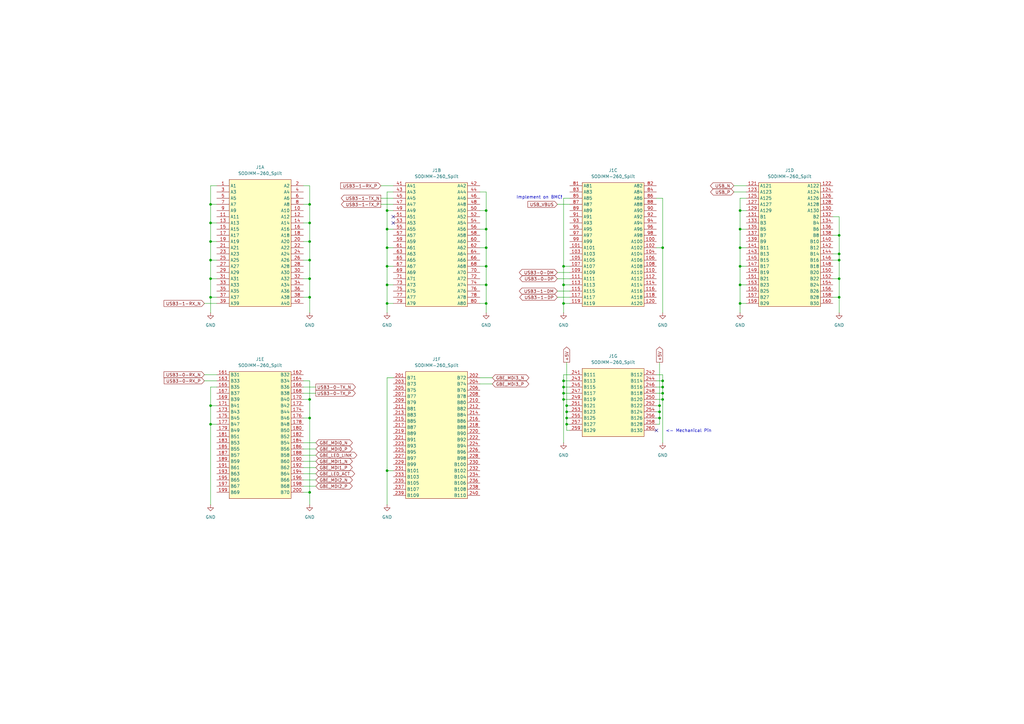
<source format=kicad_sch>
(kicad_sch (version 20250114) (generator "eeschema") (generator_version "9.0")
  (paper "A3")
  (text "<- Mechanical Pin" (at 282.448 176.784 0) (effects (font (size 1.27 1.27))))
  (text "Implement on BMC!" (at 221.234 81.026 0) (effects (font (size 1.27 1.27))))
  (junction (at 127 201.93))
  (junction (at 232.41 171.45))
  (junction (at 127 106.68))
  (junction (at 231.14 163.83))
  (junction (at 158.75 193.04))
  (junction (at 127 114.3))
  (junction (at 127 121.92))
  (junction (at 158.75 86.36))
  (junction (at 199.39 86.36))
  (junction (at 199.39 109.22))
  (junction (at 303.53 124.46))
  (junction (at 303.53 93.98))
  (junction (at 231.14 161.29))
  (junction (at 199.39 124.46))
  (junction (at 231.14 156.21))
  (junction (at 127 163.83))
  (junction (at 271.78 161.29))
  (junction (at 86.36 121.92))
  (junction (at 271.78 156.21))
  (junction (at 231.14 116.84))
  (junction (at 303.53 101.6))
  (junction (at 344.17 104.14))
  (junction (at 86.36 173.99))
  (junction (at 86.36 99.06))
  (junction (at 158.75 101.6))
  (junction (at 199.39 101.6))
  (junction (at 231.14 158.75))
  (junction (at 86.36 114.3))
  (junction (at 86.36 91.44))
  (junction (at 199.39 93.98))
  (junction (at 271.78 163.83))
  (junction (at 232.41 168.91))
  (junction (at 231.14 109.22))
  (junction (at 303.53 116.84))
  (junction (at 270.51 168.91))
  (junction (at 127 99.06))
  (junction (at 231.14 124.46))
  (junction (at 344.17 121.92))
  (junction (at 127 91.44))
  (junction (at 303.53 86.36))
  (junction (at 271.78 101.6))
  (junction (at 158.75 109.22))
  (junction (at 344.17 114.3))
  (junction (at 158.75 124.46))
  (junction (at 86.36 83.82))
  (junction (at 232.41 166.37))
  (junction (at 344.17 106.68))
  (junction (at 232.41 173.99))
  (junction (at 127 171.45))
  (junction (at 271.78 158.75))
  (junction (at 127 83.82))
  (junction (at 344.17 96.52))
  (junction (at 158.75 93.98))
  (junction (at 158.75 116.84))
  (junction (at 303.53 109.22))
  (junction (at 270.51 166.37))
  (junction (at 199.39 116.84))
  (junction (at 270.51 171.45))
  (junction (at 86.36 166.37))
  (junction (at 86.36 106.68))
  (no_connect (at 269.24 176.53))
  (no_connect (at 161.29 88.9))
  (no_connect (at 161.29 91.44))
  (wire (pts (xy 271.78 163.83) (xy 271.78 181.61)))
  (wire (pts (xy 86.36 99.06) (xy 86.36 106.68)))
  (wire (pts (xy 129.54 161.29) (xy 124.46 161.29)))
  (wire (pts (xy 86.36 91.44) (xy 86.36 99.06)))
  (wire (pts (xy 269.24 81.28) (xy 271.78 81.28)))
  (wire (pts (xy 232.41 173.99) (xy 232.41 176.53)))
  (wire (pts (xy 196.85 86.36) (xy 199.39 86.36)))
  (wire (pts (xy 271.78 81.28) (xy 271.78 101.6)))
  (wire (pts (xy 124.46 171.45) (xy 127 171.45)))
  (wire (pts (xy 232.41 168.91) (xy 232.41 171.45)))
  (wire (pts (xy 196.85 116.84) (xy 199.39 116.84)))
  (wire (pts (xy 199.39 101.6) (xy 199.39 109.22)))
  (wire (pts (xy 129.54 189.23) (xy 124.46 189.23)))
  (wire (pts (xy 231.14 109.22) (xy 231.14 116.84)))
  (wire (pts (xy 158.75 124.46) (xy 158.75 128.27)))
  (wire (pts (xy 269.24 168.91) (xy 270.51 168.91)))
  (wire (pts (xy 303.53 116.84) (xy 303.53 124.46)))
  (wire (pts (xy 86.36 121.92) (xy 88.9 121.92)))
  (wire (pts (xy 303.53 116.84) (xy 306.07 116.84)))
  (wire (pts (xy 86.36 83.82) (xy 88.9 83.82)))
  (wire (pts (xy 341.63 106.68) (xy 344.17 106.68)))
  (wire (pts (xy 158.75 193.04) (xy 158.75 207.01)))
  (wire (pts (xy 124.46 156.21) (xy 127 156.21)))
  (wire (pts (xy 233.68 173.99) (xy 232.41 173.99)))
  (wire (pts (xy 127 201.93) (xy 127 207.01)))
  (wire (pts (xy 269.24 163.83) (xy 271.78 163.83)))
  (wire (pts (xy 303.53 124.46) (xy 303.53 128.27)))
  (wire (pts (xy 269.24 166.37) (xy 270.51 166.37)))
  (wire (pts (xy 124.46 83.82) (xy 127 83.82)))
  (wire (pts (xy 231.14 161.29) (xy 231.14 163.83)))
  (wire (pts (xy 199.39 124.46) (xy 199.39 128.27)))
  (wire (pts (xy 196.85 101.6) (xy 199.39 101.6)))
  (wire (pts (xy 341.63 88.9) (xy 344.17 88.9)))
  (wire (pts (xy 271.78 158.75) (xy 271.78 161.29)))
  (wire (pts (xy 127 156.21) (xy 127 163.83)))
  (wire (pts (xy 231.14 161.29) (xy 233.68 161.29)))
  (wire (pts (xy 86.36 114.3) (xy 86.36 121.92)))
  (wire (pts (xy 271.78 156.21) (xy 271.78 158.75)))
  (wire (pts (xy 233.68 176.53) (xy 232.41 176.53)))
  (wire (pts (xy 233.68 81.28) (xy 231.14 81.28)))
  (wire (pts (xy 158.75 86.36) (xy 158.75 93.98)))
  (wire (pts (xy 127 83.82) (xy 127 91.44)))
  (wire (pts (xy 127 106.68) (xy 127 114.3)))
  (wire (pts (xy 196.85 109.22) (xy 199.39 109.22)))
  (wire (pts (xy 231.14 116.84) (xy 231.14 124.46)))
  (wire (pts (xy 344.17 88.9) (xy 344.17 96.52)))
  (wire (pts (xy 303.53 86.36) (xy 306.07 86.36)))
  (wire (pts (xy 233.68 166.37) (xy 232.41 166.37)))
  (wire (pts (xy 231.14 124.46) (xy 231.14 128.27)))
  (wire (pts (xy 269.24 171.45) (xy 270.51 171.45)))
  (wire (pts (xy 158.75 93.98) (xy 161.29 93.98)))
  (wire (pts (xy 158.75 78.74) (xy 158.75 86.36)))
  (wire (pts (xy 158.75 154.94) (xy 158.75 193.04)))
  (wire (pts (xy 129.54 184.15) (xy 124.46 184.15)))
  (wire (pts (xy 231.14 153.67) (xy 231.14 156.21)))
  (wire (pts (xy 158.75 124.46) (xy 161.29 124.46)))
  (wire (pts (xy 233.68 171.45) (xy 232.41 171.45)))
  (wire (pts (xy 231.14 158.75) (xy 231.14 161.29)))
  (wire (pts (xy 124.46 99.06) (xy 127 99.06)))
  (wire (pts (xy 341.63 114.3) (xy 344.17 114.3)))
  (wire (pts (xy 86.36 106.68) (xy 88.9 106.68)))
  (wire (pts (xy 232.41 171.45) (xy 232.41 173.99)))
  (wire (pts (xy 341.63 96.52) (xy 344.17 96.52)))
  (wire (pts (xy 303.53 93.98) (xy 306.07 93.98)))
  (wire (pts (xy 129.54 158.75) (xy 124.46 158.75)))
  (wire (pts (xy 233.68 153.67) (xy 231.14 153.67)))
  (wire (pts (xy 156.21 81.28) (xy 161.29 81.28)))
  (wire (pts (xy 270.51 148.59) (xy 270.51 166.37)))
  (wire (pts (xy 269.24 158.75) (xy 271.78 158.75)))
  (wire (pts (xy 86.36 114.3) (xy 88.9 114.3)))
  (wire (pts (xy 86.36 173.99) (xy 86.36 207.01)))
  (wire (pts (xy 127 99.06) (xy 127 106.68)))
  (wire (pts (xy 303.53 93.98) (xy 303.53 101.6)))
  (wire (pts (xy 127 121.92) (xy 127 128.27)))
  (wire (pts (xy 124.46 91.44) (xy 127 91.44)))
  (wire (pts (xy 127 91.44) (xy 127 99.06)))
  (wire (pts (xy 83.82 124.46) (xy 88.9 124.46)))
  (wire (pts (xy 303.53 124.46) (xy 306.07 124.46)))
  (wire (pts (xy 127 114.3) (xy 127 121.92)))
  (wire (pts (xy 271.78 101.6) (xy 271.78 128.27)))
  (wire (pts (xy 341.63 121.92) (xy 344.17 121.92)))
  (wire (pts (xy 201.93 157.48) (xy 196.85 157.48)))
  (wire (pts (xy 199.39 109.22) (xy 199.39 116.84)))
  (wire (pts (xy 344.17 96.52) (xy 344.17 104.14)))
  (wire (pts (xy 303.53 101.6) (xy 306.07 101.6)))
  (wire (pts (xy 158.75 101.6) (xy 158.75 109.22)))
  (wire (pts (xy 161.29 154.94) (xy 158.75 154.94)))
  (wire (pts (xy 199.39 116.84) (xy 199.39 124.46)))
  (wire (pts (xy 196.85 78.74) (xy 199.39 78.74)))
  (wire (pts (xy 86.36 173.99) (xy 88.9 173.99)))
  (wire (pts (xy 124.46 163.83) (xy 127 163.83)))
  (wire (pts (xy 127 163.83) (xy 127 171.45)))
  (wire (pts (xy 303.53 101.6) (xy 303.53 109.22)))
  (wire (pts (xy 86.36 166.37) (xy 88.9 166.37)))
  (wire (pts (xy 303.53 109.22) (xy 303.53 116.84)))
  (wire (pts (xy 300.99 76.2) (xy 306.07 76.2)))
  (wire (pts (xy 228.6 111.76) (xy 233.68 111.76)))
  (wire (pts (xy 199.39 93.98) (xy 199.39 101.6)))
  (wire (pts (xy 228.6 119.38) (xy 233.68 119.38)))
  (wire (pts (xy 127 171.45) (xy 127 201.93)))
  (wire (pts (xy 201.93 154.94) (xy 196.85 154.94)))
  (wire (pts (xy 86.36 121.92) (xy 86.36 128.27)))
  (wire (pts (xy 306.07 81.28) (xy 303.53 81.28)))
  (wire (pts (xy 344.17 114.3) (xy 344.17 121.92)))
  (wire (pts (xy 86.36 83.82) (xy 86.36 91.44)))
  (wire (pts (xy 158.75 101.6) (xy 161.29 101.6)))
  (wire (pts (xy 344.17 106.68) (xy 344.17 114.3)))
  (wire (pts (xy 303.53 109.22) (xy 306.07 109.22)))
  (wire (pts (xy 231.14 109.22) (xy 233.68 109.22)))
  (wire (pts (xy 271.78 153.67) (xy 271.78 156.21)))
  (wire (pts (xy 196.85 124.46) (xy 199.39 124.46)))
  (wire (pts (xy 231.14 163.83) (xy 231.14 181.61)))
  (wire (pts (xy 344.17 104.14) (xy 344.17 106.68)))
  (wire (pts (xy 158.75 109.22) (xy 161.29 109.22)))
  (wire (pts (xy 232.41 148.59) (xy 232.41 166.37)))
  (wire (pts (xy 344.17 121.92) (xy 344.17 128.27)))
  (wire (pts (xy 199.39 78.74) (xy 199.39 86.36)))
  (wire (pts (xy 124.46 114.3) (xy 127 114.3)))
  (wire (pts (xy 269.24 161.29) (xy 271.78 161.29)))
  (wire (pts (xy 129.54 181.61) (xy 124.46 181.61)))
  (wire (pts (xy 86.36 99.06) (xy 88.9 99.06)))
  (wire (pts (xy 231.14 163.83) (xy 233.68 163.83)))
  (wire (pts (xy 158.75 86.36) (xy 161.29 86.36)))
  (wire (pts (xy 86.36 158.75) (xy 86.36 166.37)))
  (wire (pts (xy 341.63 104.14) (xy 344.17 104.14)))
  (wire (pts (xy 161.29 78.74) (xy 158.75 78.74)))
  (wire (pts (xy 88.9 76.2) (xy 86.36 76.2)))
  (wire (pts (xy 83.82 153.67) (xy 88.9 153.67)))
  (wire (pts (xy 199.39 86.36) (xy 199.39 93.98)))
  (wire (pts (xy 303.53 86.36) (xy 303.53 93.98)))
  (wire (pts (xy 231.14 158.75) (xy 233.68 158.75)))
  (wire (pts (xy 127 76.2) (xy 127 83.82)))
  (wire (pts (xy 270.51 166.37) (xy 270.51 168.91)))
  (wire (pts (xy 129.54 194.31) (xy 124.46 194.31)))
  (wire (pts (xy 196.85 93.98) (xy 199.39 93.98)))
  (wire (pts (xy 231.14 124.46) (xy 233.68 124.46)))
  (wire (pts (xy 124.46 106.68) (xy 127 106.68)))
  (wire (pts (xy 231.14 116.84) (xy 233.68 116.84)))
  (wire (pts (xy 228.6 83.82) (xy 233.68 83.82)))
  (wire (pts (xy 231.14 156.21) (xy 231.14 158.75)))
  (wire (pts (xy 124.46 201.93) (xy 127 201.93)))
  (wire (pts (xy 86.36 106.68) (xy 86.36 114.3)))
  (wire (pts (xy 88.9 158.75) (xy 86.36 158.75)))
  (wire (pts (xy 158.75 116.84) (xy 161.29 116.84)))
  (wire (pts (xy 158.75 93.98) (xy 158.75 101.6)))
  (wire (pts (xy 232.41 168.91) (xy 233.68 168.91)))
  (wire (pts (xy 271.78 161.29) (xy 271.78 163.83)))
  (wire (pts (xy 86.36 166.37) (xy 86.36 173.99)))
  (wire (pts (xy 231.14 81.28) (xy 231.14 109.22)))
  (wire (pts (xy 158.75 109.22) (xy 158.75 116.84)))
  (wire (pts (xy 231.14 156.21) (xy 233.68 156.21)))
  (wire (pts (xy 269.24 173.99) (xy 270.51 173.99)))
  (wire (pts (xy 158.75 116.84) (xy 158.75 124.46)))
  (wire (pts (xy 228.6 114.3) (xy 233.68 114.3)))
  (wire (pts (xy 158.75 193.04) (xy 161.29 193.04)))
  (wire (pts (xy 129.54 186.69) (xy 124.46 186.69)))
  (wire (pts (xy 232.41 166.37) (xy 232.41 168.91)))
  (wire (pts (xy 303.53 81.28) (xy 303.53 86.36)))
  (wire (pts (xy 300.99 78.74) (xy 306.07 78.74)))
  (wire (pts (xy 129.54 199.39) (xy 124.46 199.39)))
  (wire (pts (xy 269.24 101.6) (xy 271.78 101.6)))
  (wire (pts (xy 269.24 153.67) (xy 271.78 153.67)))
  (wire (pts (xy 269.24 156.21) (xy 271.78 156.21)))
  (wire (pts (xy 129.54 191.77) (xy 124.46 191.77)))
  (wire (pts (xy 129.54 196.85) (xy 124.46 196.85)))
  (wire (pts (xy 270.51 171.45) (xy 270.51 173.99)))
  (wire (pts (xy 156.21 76.2) (xy 161.29 76.2)))
  (wire (pts (xy 270.51 168.91) (xy 270.51 171.45)))
  (wire (pts (xy 86.36 91.44) (xy 88.9 91.44)))
  (wire (pts (xy 124.46 121.92) (xy 127 121.92)))
  (wire (pts (xy 156.21 83.82) (xy 161.29 83.82)))
  (wire (pts (xy 228.6 121.92) (xy 233.68 121.92)))
  (wire (pts (xy 86.36 76.2) (xy 86.36 83.82)))
  (wire (pts (xy 83.82 156.21) (xy 88.9 156.21)))
  (wire (pts (xy 124.46 76.2) (xy 127 76.2)))
  (global_label "USB3-1-TX_N" (shape output) (at 156.21 81.28 180) (property "Intersheetrefs" "${INTERSHEET_REFS}" (effects (hide yes))))
  (global_label "USB3-0-TX_N" (shape output) (at 129.54 158.75 0) (property "Intersheetrefs" "${INTERSHEET_REFS}" (effects (hide yes))))
  (global_label "+5V" (shape output) (at 232.41 148.59 90) (property "Intersheetrefs" "${INTERSHEET_REFS}" (effects (hide yes))))
  (global_label "USB3-0-TX_P" (shape output) (at 129.54 161.29 0) (property "Intersheetrefs" "${INTERSHEET_REFS}" (effects (hide yes))))
  (global_label "USB3-0-DM" (shape bidirectional) (at 228.6 111.76 180) (property "Intersheetrefs" "${INTERSHEET_REFS}" (effects (hide yes))))
  (global_label "GBE_MDI3_N" (shape bidirectional) (at 201.93 154.94 0) (property "Intersheetrefs" "${INTERSHEET_REFS}" (effects (hide yes))))
  (global_label "GBE_MDI0_P" (shape bidirectional) (at 129.54 184.15 0) (property "Intersheetrefs" "${INTERSHEET_REFS}" (effects (hide yes))))
  (global_label "USB3-0-DP" (shape bidirectional) (at 228.6 114.3 180) (property "Intersheetrefs" "${INTERSHEET_REFS}" (effects (hide yes))))
  (global_label "USB3-1-DM" (shape bidirectional) (at 228.6 119.38 180) (property "Intersheetrefs" "${INTERSHEET_REFS}" (effects (hide yes))))
  (global_label "USB3-1-DP" (shape bidirectional) (at 228.6 121.92 180) (property "Intersheetrefs" "${INTERSHEET_REFS}" (effects (hide yes))))
  (global_label "USB_P" (shape bidirectional) (at 300.99 78.74 180) (property "Intersheetrefs" "${INTERSHEET_REFS}" (effects (hide yes))))
  (global_label "USB3-1-RX_P" (shape input) (at 156.21 76.2 180) (property "Intersheetrefs" "${INTERSHEET_REFS}" (effects (hide yes))))
  (global_label "USB_VBUS" (shape input) (at 228.6 83.82 180) (property "Intersheetrefs" "${INTERSHEET_REFS}" (effects (hide yes))))
  (global_label "GBE_LED_LINK" (shape bidirectional) (at 129.54 186.69 0) (property "Intersheetrefs" "${INTERSHEET_REFS}" (effects (hide yes))))
  (global_label "USB3-1-TX_P" (shape output) (at 156.21 83.82 180) (property "Intersheetrefs" "${INTERSHEET_REFS}" (effects (hide yes))))
  (global_label "GBE_LED_ACT" (shape bidirectional) (at 129.54 194.31 0) (property "Intersheetrefs" "${INTERSHEET_REFS}" (effects (hide yes))))
  (global_label "USB3-0-RX_P" (shape input) (at 83.82 156.21 180) (property "Intersheetrefs" "${INTERSHEET_REFS}" (effects (hide yes))))
  (global_label "+5V" (shape output) (at 270.51 148.59 90) (property "Intersheetrefs" "${INTERSHEET_REFS}" (effects (hide yes))))
  (global_label "GBE_MDI3_P" (shape bidirectional) (at 201.93 157.48 0) (property "Intersheetrefs" "${INTERSHEET_REFS}" (effects (hide yes))))
  (global_label "USB3-1-RX_N" (shape input) (at 83.82 124.46 180) (property "Intersheetrefs" "${INTERSHEET_REFS}" (effects (hide yes))))
  (global_label "USB_N" (shape bidirectional) (at 300.99 76.2 180) (property "Intersheetrefs" "${INTERSHEET_REFS}" (effects (hide yes))))
  (global_label "GBE_MDI2_N" (shape bidirectional) (at 129.54 196.85 0) (property "Intersheetrefs" "${INTERSHEET_REFS}" (effects (hide yes))))
  (global_label "USB3-0-RX_N" (shape input) (at 83.82 153.67 180) (property "Intersheetrefs" "${INTERSHEET_REFS}" (effects (hide yes))))
  (global_label "GBE_MDI1_N" (shape bidirectional) (at 129.54 189.23 0) (property "Intersheetrefs" "${INTERSHEET_REFS}" (effects (hide yes))))
  (global_label "GBE_MDI1_P" (shape bidirectional) (at 129.54 191.77 0) (property "Intersheetrefs" "${INTERSHEET_REFS}" (effects (hide yes))))
  (global_label "GBE_MDI2_P" (shape bidirectional) (at 129.54 199.39 0) (property "Intersheetrefs" "${INTERSHEET_REFS}" (effects (hide yes))))
  (global_label "GBE_MDI0_N" (shape bidirectional) (at 129.54 181.61 0) (property "Intersheetrefs" "${INTERSHEET_REFS}" (effects (hide yes))))
  (symbol (lib_id "SODIMM:SODIMM-260_Split") (at 106.68 99.06 0) (unit 1)
    (property "Reference" "J1" (at 106.68 68.58 0))
    (property "Value" "SODIMM-260_Split" (at 106.68 71.12 0))
    (property "Description" "SODIMM 200 Pin socket" (effects (hide yes)))
  )
  (symbol (lib_id "power:GND") (at 158.75 207.01 0) (unit 1)
    (property "Reference" "#PWR011" (effects (hide yes)))
    (property "Value" "GND" (at 158.75 212.09 0))
    (property "Description" "Power symbol creates a global label with name \"GND\" , ground" (effects (hide yes)))
  )
  (symbol (lib_id "power:GND") (at 271.78 128.27 0) (unit 1)
    (property "Reference" "#PWR06" (effects (hide yes)))
    (property "Value" "GND" (at 271.78 133.35 0))
    (property "Description" "Power symbol creates a global label with name \"GND\" , ground" (effects (hide yes)))
  )
  (symbol (lib_id "power:GND") (at 344.17 128.27 0) (unit 1)
    (property "Reference" "#PWR08" (effects (hide yes)))
    (property "Value" "GND" (at 344.17 133.35 0))
    (property "Description" "Power symbol creates a global label with name \"GND\" , ground" (effects (hide yes)))
  )
  (symbol (lib_id "SODIMM:SODIMM-260_Split") (at 251.46 176.53 0) (unit 7)
    (property "Reference" "J1" (at 251.46 146.05 0))
    (property "Value" "SODIMM-260_Split" (at 251.46 148.59 0))
    (property "Description" "SODIMM 200 Pin socket" (effects (hide yes)))
  )
  (symbol (lib_id "power:GND") (at 158.75 128.27 0) (unit 1)
    (property "Reference" "#PWR03" (effects (hide yes)))
    (property "Value" "GND" (at 158.75 133.35 0))
    (property "Description" "Power symbol creates a global label with name \"GND\" , ground" (effects (hide yes)))
  )
  (symbol (lib_id "power:GND") (at 86.36 207.01 0) (unit 1)
    (property "Reference" "#PWR09" (effects (hide yes)))
    (property "Value" "GND" (at 86.36 212.09 0))
    (property "Description" "Power symbol creates a global label with name \"GND\" , ground" (effects (hide yes)))
  )
  (symbol (lib_id "power:GND") (at 231.14 128.27 0) (unit 1)
    (property "Reference" "#PWR05" (effects (hide yes)))
    (property "Value" "GND" (at 231.14 133.35 0))
    (property "Description" "Power symbol creates a global label with name \"GND\" , ground" (effects (hide yes)))
  )
  (symbol (lib_id "power:GND") (at 303.53 128.27 0) (unit 1)
    (property "Reference" "#PWR07" (effects (hide yes)))
    (property "Value" "GND" (at 303.53 133.35 0))
    (property "Description" "Power symbol creates a global label with name \"GND\" , ground" (effects (hide yes)))
  )
  (symbol (lib_id "power:GND") (at 271.78 181.61 0) (unit 1)
    (property "Reference" "#PWR013" (effects (hide yes)))
    (property "Value" "GND" (at 271.78 186.69 0))
    (property "Description" "Power symbol creates a global label with name \"GND\" , ground" (effects (hide yes)))
  )
  (symbol (lib_id "power:GND") (at 127 128.27 0) (unit 1)
    (property "Reference" "#PWR02" (effects (hide yes)))
    (property "Value" "GND" (at 127 133.35 0))
    (property "Description" "Power symbol creates a global label with name \"GND\" , ground" (effects (hide yes)))
  )
  (symbol (lib_id "power:GND") (at 127 207.01 0) (unit 1)
    (property "Reference" "#PWR010" (effects (hide yes)))
    (property "Value" "GND" (at 127 212.09 0))
    (property "Description" "Power symbol creates a global label with name \"GND\" , ground" (effects (hide yes)))
  )
  (symbol (lib_id "SODIMM:SODIMM-260_Split") (at 179.07 99.06 0) (unit 2)
    (property "Reference" "J1" (at 179.07 69.85 0))
    (property "Value" "SODIMM-260_Split" (at 179.07 72.39 0))
    (property "Description" "SODIMM 200 Pin socket" (effects (hide yes)))
  )
  (symbol (lib_id "SODIMM:SODIMM-260_Split") (at 179.07 177.8 0) (unit 6)
    (property "Reference" "J1" (at 179.07 147.32 0))
    (property "Value" "SODIMM-260_Split" (at 179.07 149.86 0))
    (property "Description" "SODIMM 200 Pin socket" (effects (hide yes)))
  )
  (symbol (lib_id "power:GND") (at 199.39 128.27 0) (unit 1)
    (property "Reference" "#PWR04" (effects (hide yes)))
    (property "Value" "GND" (at 199.39 133.35 0))
    (property "Description" "Power symbol creates a global label with name \"GND\" , ground" (effects (hide yes)))
  )
  (symbol (lib_id "SODIMM:SODIMM-260_Split") (at 251.46 99.06 0) (unit 3)
    (property "Reference" "J1" (at 251.46 69.85 0))
    (property "Value" "SODIMM-260_Split" (at 251.46 72.39 0))
    (property "Description" "SODIMM 200 Pin socket" (effects (hide yes)))
  )
  (symbol (lib_id "power:GND") (at 86.36 128.27 0) (unit 1)
    (property "Reference" "#PWR01" (effects (hide yes)))
    (property "Value" "GND" (at 86.36 133.35 0))
    (property "Description" "Power symbol creates a global label with name \"GND\" , ground" (effects (hide yes)))
  )
  (symbol (lib_name "SODIMM-260_Split_1") (lib_id "SODIMM:SODIMM-260_Split") (at 323.85 99.06 0) (unit 4)
    (property "Reference" "J1" (at 323.85 69.85 0))
    (property "Value" "SODIMM-260_Split" (at 323.85 72.39 0))
    (property "Description" "SODIMM 200 Pin socket" (effects (hide yes)))
  )
  (symbol (lib_id "power:GND") (at 231.14 181.61 0) (unit 1)
    (property "Reference" "#PWR012" (effects (hide yes)))
    (property "Value" "GND" (at 231.14 186.69 0))
    (property "Description" "Power symbol creates a global label with name \"GND\" , ground" (effects (hide yes)))
  )
  (symbol (lib_id "SODIMM:SODIMM-260_Split") (at 106.68 176.53 0) (unit 5)
    (property "Reference" "J1" (at 106.68 147.32 0))
    (property "Value" "SODIMM-260_Split" (at 106.68 149.86 0))
    (property "Description" "SODIMM 200 Pin socket" (effects (hide yes)))
  )
)
</source>
